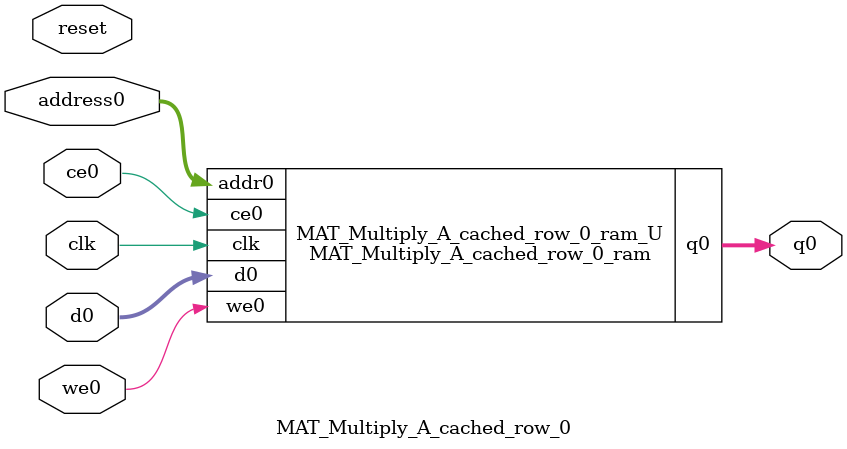
<source format=v>

`timescale 1 ns / 1 ps
module MAT_Multiply_A_cached_row_0_ram (addr0, ce0, d0, we0, q0,  clk);

parameter DWIDTH = 32;
parameter AWIDTH = 4;
parameter MEM_SIZE = 10;

input[AWIDTH-1:0] addr0;
input ce0;
input[DWIDTH-1:0] d0;
input we0;
output reg[DWIDTH-1:0] q0;
input clk;

(* ram_style = "distributed" *)reg [DWIDTH-1:0] ram[MEM_SIZE-1:0];




always @(posedge clk)  
begin 
    if (ce0) 
    begin
        if (we0) 
        begin 
            ram[addr0] <= d0; 
            q0 <= d0;
        end 
        else 
            q0 <= ram[addr0];
    end
end


endmodule


`timescale 1 ns / 1 ps
module MAT_Multiply_A_cached_row_0(
    reset,
    clk,
    address0,
    ce0,
    we0,
    d0,
    q0);

parameter DataWidth = 32'd32;
parameter AddressRange = 32'd10;
parameter AddressWidth = 32'd4;
input reset;
input clk;
input[AddressWidth - 1:0] address0;
input ce0;
input we0;
input[DataWidth - 1:0] d0;
output[DataWidth - 1:0] q0;



MAT_Multiply_A_cached_row_0_ram MAT_Multiply_A_cached_row_0_ram_U(
    .clk( clk ),
    .addr0( address0 ),
    .ce0( ce0 ),
    .d0( d0 ),
    .we0( we0 ),
    .q0( q0 ));

endmodule


</source>
